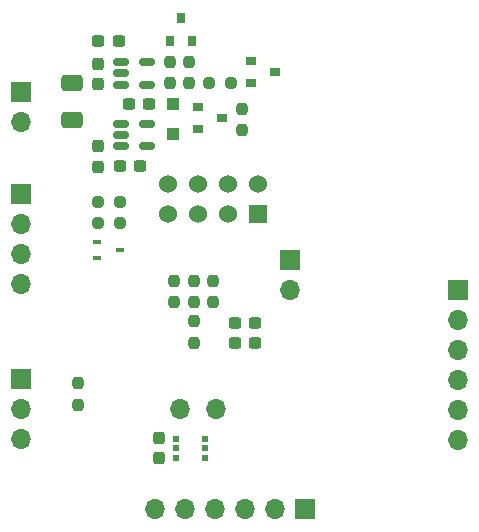
<source format=gbs>
G04 #@! TF.GenerationSoftware,KiCad,Pcbnew,7.0.11-2.fc39*
G04 #@! TF.CreationDate,2024-05-22T12:02:30+02:00*
G04 #@! TF.ProjectId,home_automation_module_std,686f6d65-5f61-4757-946f-6d6174696f6e,1.0*
G04 #@! TF.SameCoordinates,Original*
G04 #@! TF.FileFunction,Soldermask,Bot*
G04 #@! TF.FilePolarity,Negative*
%FSLAX46Y46*%
G04 Gerber Fmt 4.6, Leading zero omitted, Abs format (unit mm)*
G04 Created by KiCad (PCBNEW 7.0.11-2.fc39) date 2024-05-22 12:02:30*
%MOMM*%
%LPD*%
G01*
G04 APERTURE LIST*
G04 Aperture macros list*
%AMRoundRect*
0 Rectangle with rounded corners*
0 $1 Rounding radius*
0 $2 $3 $4 $5 $6 $7 $8 $9 X,Y pos of 4 corners*
0 Add a 4 corners polygon primitive as box body*
4,1,4,$2,$3,$4,$5,$6,$7,$8,$9,$2,$3,0*
0 Add four circle primitives for the rounded corners*
1,1,$1+$1,$2,$3*
1,1,$1+$1,$4,$5*
1,1,$1+$1,$6,$7*
1,1,$1+$1,$8,$9*
0 Add four rect primitives between the rounded corners*
20,1,$1+$1,$2,$3,$4,$5,0*
20,1,$1+$1,$4,$5,$6,$7,0*
20,1,$1+$1,$6,$7,$8,$9,0*
20,1,$1+$1,$8,$9,$2,$3,0*%
G04 Aperture macros list end*
%ADD10R,1.700000X1.700000*%
%ADD11O,1.700000X1.700000*%
%ADD12RoundRect,0.237500X-0.237500X0.250000X-0.237500X-0.250000X0.237500X-0.250000X0.237500X0.250000X0*%
%ADD13R,0.900000X0.800000*%
%ADD14RoundRect,0.237500X-0.300000X-0.237500X0.300000X-0.237500X0.300000X0.237500X-0.300000X0.237500X0*%
%ADD15RoundRect,0.237500X-0.250000X-0.237500X0.250000X-0.237500X0.250000X0.237500X-0.250000X0.237500X0*%
%ADD16RoundRect,0.237500X-0.237500X0.300000X-0.237500X-0.300000X0.237500X-0.300000X0.237500X0.300000X0*%
%ADD17RoundRect,0.237500X0.300000X0.237500X-0.300000X0.237500X-0.300000X-0.237500X0.300000X-0.237500X0*%
%ADD18R,0.600000X0.500000*%
%ADD19RoundRect,0.237500X0.237500X-0.250000X0.237500X0.250000X-0.237500X0.250000X-0.237500X-0.250000X0*%
%ADD20R,1.524000X1.524000*%
%ADD21C,1.524000*%
%ADD22RoundRect,0.150000X-0.512500X-0.150000X0.512500X-0.150000X0.512500X0.150000X-0.512500X0.150000X0*%
%ADD23RoundRect,0.237500X0.250000X0.237500X-0.250000X0.237500X-0.250000X-0.237500X0.250000X-0.237500X0*%
%ADD24R,0.700000X0.450000*%
%ADD25R,0.800000X0.900000*%
%ADD26RoundRect,0.250000X-0.650000X0.412500X-0.650000X-0.412500X0.650000X-0.412500X0.650000X0.412500X0*%
%ADD27R,1.000000X1.000000*%
%ADD28RoundRect,0.237500X0.237500X-0.300000X0.237500X0.300000X-0.237500X0.300000X-0.237500X-0.300000X0*%
G04 APERTURE END LIST*
D10*
X120523000Y-66294000D03*
D11*
X120523000Y-68834000D03*
X120523000Y-71374000D03*
X120523000Y-73914000D03*
X120523000Y-76454000D03*
X120523000Y-78994000D03*
D10*
X107569000Y-84836000D03*
D11*
X105029000Y-84836000D03*
X102489000Y-84836000D03*
X99949000Y-84836000D03*
X97409000Y-84836000D03*
X94869000Y-84836000D03*
X100076000Y-76327000D03*
D10*
X83566000Y-73787000D03*
D11*
X83566000Y-76327000D03*
X83566000Y-78867000D03*
D10*
X83566000Y-58166000D03*
D11*
X83566000Y-60706000D03*
X83566000Y-63246000D03*
X83566000Y-65786000D03*
X97028000Y-76327000D03*
D10*
X106299000Y-63749000D03*
D11*
X106299000Y-66289000D03*
D10*
X83566000Y-49530000D03*
D11*
X83566000Y-52070000D03*
D12*
X98171000Y-65485000D03*
X98171000Y-67310000D03*
X88392000Y-74144500D03*
X88392000Y-75969500D03*
D13*
X103029000Y-48763000D03*
X103029000Y-46863000D03*
X105029000Y-47813000D03*
D14*
X101653000Y-69088000D03*
X103378000Y-69088000D03*
D15*
X90048786Y-60579000D03*
X91873786Y-60579000D03*
D16*
X90043000Y-54102000D03*
X90043000Y-55827000D03*
D12*
X96139000Y-46943000D03*
X96139000Y-48768000D03*
D17*
X94361000Y-50546000D03*
X92636000Y-50546000D03*
D18*
X99110800Y-78867000D03*
X99110800Y-79679800D03*
X99110800Y-80467200D03*
X96647000Y-80467200D03*
X96647000Y-79679800D03*
X96647000Y-78867000D03*
D19*
X97790000Y-48768000D03*
X97790000Y-46943000D03*
D20*
X103632000Y-59817000D03*
D21*
X103632000Y-57277000D03*
X101092000Y-59817000D03*
X101092000Y-57277000D03*
X98552000Y-59817000D03*
X98552000Y-57277000D03*
X96012000Y-59817000D03*
X96012000Y-57277000D03*
D22*
X91959000Y-54102000D03*
X91959000Y-53152000D03*
X91959000Y-52202000D03*
X94234000Y-52202000D03*
X94234000Y-54102000D03*
D17*
X91794500Y-45212000D03*
X90069500Y-45212000D03*
D14*
X101653000Y-70739000D03*
X103378000Y-70739000D03*
D13*
X98552000Y-52639000D03*
X98552000Y-50739000D03*
X100552000Y-51689000D03*
D23*
X91873786Y-58828000D03*
X90048786Y-58828000D03*
D12*
X102235000Y-50903500D03*
X102235000Y-52728500D03*
X99822000Y-65485000D03*
X99822000Y-67310000D03*
D24*
X89932000Y-63530000D03*
X89932000Y-62230000D03*
X91932000Y-62880000D03*
D25*
X98044000Y-45212000D03*
X96144000Y-45212000D03*
X97094000Y-43212000D03*
D22*
X91959000Y-48890000D03*
X91959000Y-47940000D03*
X91959000Y-46990000D03*
X94234000Y-46990000D03*
X94234000Y-48890000D03*
D26*
X87884000Y-48768000D03*
X87884000Y-51893000D03*
D23*
X101266000Y-48768000D03*
X99441000Y-48768000D03*
D27*
X96393000Y-50546000D03*
X96393000Y-53046000D03*
D28*
X90043000Y-48868500D03*
X90043000Y-47143500D03*
D19*
X98171000Y-70739000D03*
X98171000Y-68914000D03*
D12*
X96520000Y-65485000D03*
X96520000Y-67310000D03*
D17*
X93599000Y-55753000D03*
X91874000Y-55753000D03*
D16*
X95250000Y-78793000D03*
X95250000Y-80518000D03*
M02*

</source>
